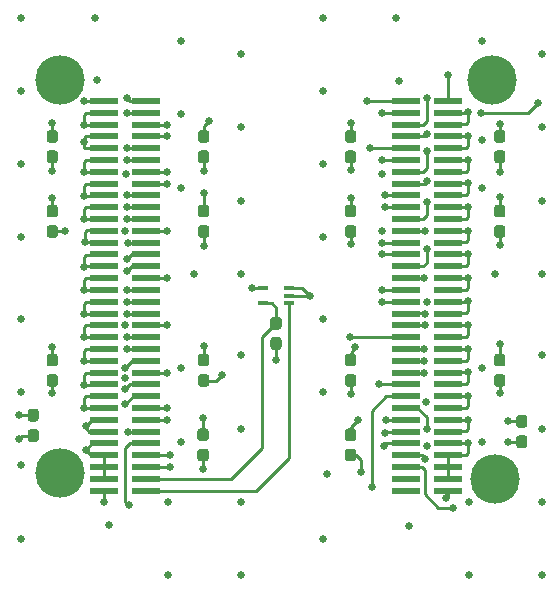
<source format=gbr>
G04 #@! TF.GenerationSoftware,KiCad,Pcbnew,5.1.10-88a1d61d58~88~ubuntu18.04.1*
G04 #@! TF.CreationDate,2021-07-16T13:38:07-04:00*
G04 #@! TF.ProjectId,SiPM_Board_RevC,5369504d-5f42-46f6-9172-645f52657643,rev?*
G04 #@! TF.SameCoordinates,PX8f0d180PY5f5e100*
G04 #@! TF.FileFunction,Copper,L4,Bot*
G04 #@! TF.FilePolarity,Positive*
%FSLAX46Y46*%
G04 Gerber Fmt 4.6, Leading zero omitted, Abs format (unit mm)*
G04 Created by KiCad (PCBNEW 5.1.10-88a1d61d58~88~ubuntu18.04.1) date 2021-07-16 13:38:07*
%MOMM*%
%LPD*%
G01*
G04 APERTURE LIST*
G04 #@! TA.AperFunction,WasherPad*
%ADD10C,4.191000*%
G04 #@! TD*
G04 #@! TA.AperFunction,SMDPad,CuDef*
%ADD11R,2.413000X0.558800*%
G04 #@! TD*
G04 #@! TA.AperFunction,SMDPad,CuDef*
%ADD12R,0.900000X0.400000*%
G04 #@! TD*
G04 #@! TA.AperFunction,ViaPad*
%ADD13C,0.635000*%
G04 #@! TD*
G04 #@! TA.AperFunction,Conductor*
%ADD14C,0.294640*%
G04 #@! TD*
G04 #@! TA.AperFunction,Conductor*
%ADD15C,0.250000*%
G04 #@! TD*
G04 APERTURE END LIST*
D10*
G04 #@! TO.P,H1,*
G04 #@! TO.N,*
X-18250000Y18250000D03*
G04 #@! TD*
G04 #@! TO.P,H2,*
G04 #@! TO.N,*
X18250000Y18250000D03*
G04 #@! TD*
G04 #@! TO.P,H3,*
G04 #@! TO.N,*
X-18250000Y-15000000D03*
G04 #@! TD*
G04 #@! TO.P,H4,*
G04 #@! TO.N,*
X18500000Y-15500000D03*
G04 #@! TD*
D11*
G04 #@! TO.P,J2,2*
G04 #@! TO.N,Net-(J2-Pad2)*
X10972000Y16497300D03*
G04 #@! TO.P,J2,1*
G04 #@! TO.N,/BIAS3*
X14528000Y16497300D03*
G04 #@! TO.P,J2,3*
G04 #@! TO.N,GND*
X14528000Y15497302D03*
G04 #@! TO.P,J2,4*
G04 #@! TO.N,Net-(J2-Pad4)*
X10972000Y15497302D03*
G04 #@! TO.P,J2,5*
G04 #@! TO.N,GND*
X14528000Y14497304D03*
G04 #@! TO.P,J2,6*
G04 #@! TO.N,Net-(J2-Pad6)*
X10972000Y14497304D03*
G04 #@! TO.P,J2,7*
G04 #@! TO.N,GND*
X14528000Y13497306D03*
G04 #@! TO.P,J2,8*
G04 #@! TO.N,Net-(J2-Pad8)*
X10972000Y13497306D03*
G04 #@! TO.P,J2,9*
G04 #@! TO.N,GND*
X14528000Y12497308D03*
G04 #@! TO.P,J2,10*
G04 #@! TO.N,Net-(J2-Pad10)*
X10972000Y12497308D03*
G04 #@! TO.P,J2,11*
G04 #@! TO.N,GND*
X14528000Y11497310D03*
G04 #@! TO.P,J2,12*
G04 #@! TO.N,Net-(J2-Pad12)*
X10972000Y11497310D03*
G04 #@! TO.P,J2,13*
G04 #@! TO.N,GND*
X14528000Y10497312D03*
G04 #@! TO.P,J2,14*
G04 #@! TO.N,Net-(J2-Pad14)*
X10972000Y10497312D03*
G04 #@! TO.P,J2,15*
G04 #@! TO.N,GND*
X14528000Y9497314D03*
G04 #@! TO.P,J2,16*
G04 #@! TO.N,Net-(J2-Pad16)*
X10972000Y9497314D03*
G04 #@! TO.P,J2,17*
G04 #@! TO.N,GND*
X14528000Y8497316D03*
G04 #@! TO.P,J2,18*
G04 #@! TO.N,Net-(J2-Pad18)*
X10972000Y8497316D03*
G04 #@! TO.P,J2,19*
G04 #@! TO.N,GND*
X14528000Y7497318D03*
G04 #@! TO.P,J2,20*
G04 #@! TO.N,Net-(J2-Pad20)*
X10972000Y7497318D03*
G04 #@! TO.P,J2,21*
G04 #@! TO.N,GND*
X14528000Y6497320D03*
G04 #@! TO.P,J2,22*
G04 #@! TO.N,Net-(J2-Pad22)*
X10972000Y6497320D03*
G04 #@! TO.P,J2,23*
G04 #@! TO.N,GND*
X14528000Y5497322D03*
G04 #@! TO.P,J2,24*
G04 #@! TO.N,Net-(J2-Pad24)*
X10972000Y5497322D03*
G04 #@! TO.P,J2,25*
G04 #@! TO.N,GND*
X14528000Y4497324D03*
G04 #@! TO.P,J2,26*
G04 #@! TO.N,Net-(J2-Pad26)*
X10972000Y4497324D03*
G04 #@! TO.P,J2,27*
G04 #@! TO.N,GND*
X14528000Y3497326D03*
G04 #@! TO.P,J2,28*
G04 #@! TO.N,Net-(J2-Pad28)*
X10972000Y3497326D03*
G04 #@! TO.P,J2,29*
G04 #@! TO.N,GND*
X14528000Y2497328D03*
G04 #@! TO.P,J2,30*
G04 #@! TO.N,Net-(J2-Pad30)*
X10972000Y2497328D03*
G04 #@! TO.P,J2,31*
G04 #@! TO.N,GND*
X14528000Y1497330D03*
G04 #@! TO.P,J2,32*
G04 #@! TO.N,Net-(J2-Pad32)*
X10972000Y1497330D03*
G04 #@! TO.P,J2,33*
G04 #@! TO.N,GND*
X14528000Y497332D03*
G04 #@! TO.P,J2,34*
G04 #@! TO.N,Net-(J2-Pad34)*
X10972000Y497332D03*
G04 #@! TO.P,J2,35*
G04 #@! TO.N,GND*
X14528000Y-502666D03*
G04 #@! TO.P,J2,36*
G04 #@! TO.N,Net-(J2-Pad36)*
X10972000Y-502666D03*
G04 #@! TO.P,J2,37*
G04 #@! TO.N,GND*
X14528000Y-1502664D03*
G04 #@! TO.P,J2,38*
G04 #@! TO.N,Net-(J2-Pad38)*
X10972000Y-1502664D03*
G04 #@! TO.P,J2,39*
G04 #@! TO.N,GND*
X14528000Y-2502662D03*
G04 #@! TO.P,J2,40*
G04 #@! TO.N,Net-(J2-Pad40)*
X10972000Y-2502662D03*
G04 #@! TO.P,J2,41*
G04 #@! TO.N,GND*
X14528000Y-3502660D03*
G04 #@! TO.P,J2,42*
G04 #@! TO.N,Net-(J2-Pad42)*
X10972000Y-3502660D03*
G04 #@! TO.P,J2,43*
G04 #@! TO.N,GND*
X14528000Y-4502658D03*
G04 #@! TO.P,J2,44*
G04 #@! TO.N,Net-(J2-Pad44)*
X10972000Y-4502658D03*
G04 #@! TO.P,J2,45*
G04 #@! TO.N,GND*
X14528000Y-5502656D03*
G04 #@! TO.P,J2,46*
G04 #@! TO.N,Net-(J2-Pad46)*
X10972000Y-5502656D03*
G04 #@! TO.P,J2,47*
G04 #@! TO.N,GND*
X14528000Y-6502654D03*
G04 #@! TO.P,J2,48*
G04 #@! TO.N,Net-(J2-Pad48)*
X10972000Y-6502654D03*
G04 #@! TO.P,J2,49*
G04 #@! TO.N,GND*
X14528000Y-7502652D03*
G04 #@! TO.P,J2,50*
G04 #@! TO.N,Net-(J2-Pad50)*
X10972000Y-7502652D03*
G04 #@! TO.P,J2,51*
G04 #@! TO.N,GND*
X14528000Y-8502650D03*
G04 #@! TO.P,J2,52*
G04 #@! TO.N,Net-(J2-Pad52)*
X10972000Y-8502650D03*
G04 #@! TO.P,J2,53*
G04 #@! TO.N,GND*
X14528000Y-9502648D03*
G04 #@! TO.P,J2,54*
G04 #@! TO.N,Net-(J2-Pad54)*
X10972000Y-9502648D03*
G04 #@! TO.P,J2,55*
G04 #@! TO.N,GND*
X14528000Y-10502646D03*
G04 #@! TO.P,J2,56*
G04 #@! TO.N,Net-(J2-Pad56)*
X10972000Y-10502646D03*
G04 #@! TO.P,J2,57*
G04 #@! TO.N,GND*
X14528000Y-11502644D03*
G04 #@! TO.P,J2,58*
G04 #@! TO.N,Net-(J2-Pad58)*
X10972000Y-11502644D03*
G04 #@! TO.P,J2,59*
G04 #@! TO.N,GND*
X14528000Y-12502642D03*
G04 #@! TO.P,J2,60*
G04 #@! TO.N,Net-(J2-Pad60)*
X10972000Y-12502642D03*
G04 #@! TO.P,J2,61*
G04 #@! TO.N,GND*
X14528000Y-13502640D03*
G04 #@! TO.P,J2,62*
G04 #@! TO.N,Net-(J2-Pad62)*
X10972000Y-13502640D03*
G04 #@! TO.P,J2,63*
G04 #@! TO.N,GND*
X14528000Y-14502638D03*
G04 #@! TO.P,J2,64*
G04 #@! TO.N,Net-(J2-Pad64)*
X10972000Y-14502638D03*
G04 #@! TO.P,J2,65*
G04 #@! TO.N,GND*
X14528000Y-15502636D03*
G04 #@! TO.P,J2,66*
G04 #@! TO.N,Net-(J2-Pad66)*
X10972000Y-15502636D03*
G04 #@! TO.P,J2,67*
G04 #@! TO.N,/BIAS4*
X14528000Y-16502634D03*
G04 #@! TO.P,J2,68*
G04 #@! TO.N,Net-(J2-Pad68)*
X10972000Y-16502634D03*
G04 #@! TD*
G04 #@! TO.P,C16,1*
G04 #@! TO.N,/BIAS3*
G04 #@! TA.AperFunction,SMDPad,CuDef*
G36*
G01*
X18702500Y14030000D02*
X19177500Y14030000D01*
G75*
G02*
X19415000Y13792500I0J-237500D01*
G01*
X19415000Y13192500D01*
G75*
G02*
X19177500Y12955000I-237500J0D01*
G01*
X18702500Y12955000D01*
G75*
G02*
X18465000Y13192500I0J237500D01*
G01*
X18465000Y13792500D01*
G75*
G02*
X18702500Y14030000I237500J0D01*
G01*
G37*
G04 #@! TD.AperFunction*
G04 #@! TO.P,C16,2*
G04 #@! TO.N,GND*
G04 #@! TA.AperFunction,SMDPad,CuDef*
G36*
G01*
X18702500Y12305000D02*
X19177500Y12305000D01*
G75*
G02*
X19415000Y12067500I0J-237500D01*
G01*
X19415000Y11467500D01*
G75*
G02*
X19177500Y11230000I-237500J0D01*
G01*
X18702500Y11230000D01*
G75*
G02*
X18465000Y11467500I0J237500D01*
G01*
X18465000Y12067500D01*
G75*
G02*
X18702500Y12305000I237500J0D01*
G01*
G37*
G04 #@! TD.AperFunction*
G04 #@! TD*
D12*
G04 #@! TO.P,U1,4*
G04 #@! TO.N,/VDD*
X-1100000Y-650000D03*
G04 #@! TO.P,U1,2*
G04 #@! TO.N,GND*
X1100000Y0D03*
G04 #@! TO.P,U1,5*
X-1099820Y655320D03*
G04 #@! TO.P,U1,3*
G04 #@! TO.N,/OUT*
X1100000Y-650000D03*
G04 #@! TO.P,U1,1*
G04 #@! TO.N,GND*
X1100000Y650000D03*
G04 #@! TD*
D11*
G04 #@! TO.P,J1,2*
G04 #@! TO.N,/BIAS1*
X-14528000Y16497300D03*
G04 #@! TO.P,J1,1*
G04 #@! TO.N,Net-(J1-Pad1)*
X-10972000Y16497300D03*
G04 #@! TO.P,J1,3*
G04 #@! TO.N,Net-(J1-Pad3)*
X-10972000Y15497302D03*
G04 #@! TO.P,J1,4*
G04 #@! TO.N,GND*
X-14528000Y15497302D03*
G04 #@! TO.P,J1,5*
G04 #@! TO.N,Net-(J1-Pad5)*
X-10972000Y14497304D03*
G04 #@! TO.P,J1,6*
G04 #@! TO.N,GND*
X-14528000Y14497304D03*
G04 #@! TO.P,J1,7*
G04 #@! TO.N,Net-(J1-Pad7)*
X-10972000Y13497306D03*
G04 #@! TO.P,J1,8*
G04 #@! TO.N,GND*
X-14528000Y13497306D03*
G04 #@! TO.P,J1,9*
G04 #@! TO.N,Net-(J1-Pad9)*
X-10972000Y12497308D03*
G04 #@! TO.P,J1,10*
G04 #@! TO.N,GND*
X-14528000Y12497308D03*
G04 #@! TO.P,J1,11*
G04 #@! TO.N,Net-(J1-Pad11)*
X-10972000Y11497310D03*
G04 #@! TO.P,J1,12*
G04 #@! TO.N,GND*
X-14528000Y11497310D03*
G04 #@! TO.P,J1,13*
G04 #@! TO.N,Net-(J1-Pad13)*
X-10972000Y10497312D03*
G04 #@! TO.P,J1,14*
G04 #@! TO.N,GND*
X-14528000Y10497312D03*
G04 #@! TO.P,J1,15*
G04 #@! TO.N,Net-(J1-Pad15)*
X-10972000Y9497314D03*
G04 #@! TO.P,J1,16*
G04 #@! TO.N,GND*
X-14528000Y9497314D03*
G04 #@! TO.P,J1,17*
G04 #@! TO.N,Net-(J1-Pad17)*
X-10972000Y8497316D03*
G04 #@! TO.P,J1,18*
G04 #@! TO.N,GND*
X-14528000Y8497316D03*
G04 #@! TO.P,J1,19*
G04 #@! TO.N,Net-(J1-Pad19)*
X-10972000Y7497318D03*
G04 #@! TO.P,J1,20*
G04 #@! TO.N,GND*
X-14528000Y7497318D03*
G04 #@! TO.P,J1,21*
G04 #@! TO.N,Net-(J1-Pad21)*
X-10972000Y6497320D03*
G04 #@! TO.P,J1,22*
G04 #@! TO.N,GND*
X-14528000Y6497320D03*
G04 #@! TO.P,J1,23*
G04 #@! TO.N,Net-(J1-Pad23)*
X-10972000Y5497322D03*
G04 #@! TO.P,J1,24*
G04 #@! TO.N,GND*
X-14528000Y5497322D03*
G04 #@! TO.P,J1,25*
G04 #@! TO.N,Net-(J1-Pad25)*
X-10972000Y4497324D03*
G04 #@! TO.P,J1,26*
G04 #@! TO.N,GND*
X-14528000Y4497324D03*
G04 #@! TO.P,J1,27*
G04 #@! TO.N,Net-(J1-Pad27)*
X-10972000Y3497326D03*
G04 #@! TO.P,J1,28*
G04 #@! TO.N,GND*
X-14528000Y3497326D03*
G04 #@! TO.P,J1,29*
G04 #@! TO.N,Net-(J1-Pad29)*
X-10972000Y2497328D03*
G04 #@! TO.P,J1,30*
G04 #@! TO.N,GND*
X-14528000Y2497328D03*
G04 #@! TO.P,J1,31*
G04 #@! TO.N,Net-(J1-Pad31)*
X-10972000Y1497330D03*
G04 #@! TO.P,J1,32*
G04 #@! TO.N,GND*
X-14528000Y1497330D03*
G04 #@! TO.P,J1,33*
G04 #@! TO.N,Net-(J1-Pad33)*
X-10972000Y497332D03*
G04 #@! TO.P,J1,34*
G04 #@! TO.N,GND*
X-14528000Y497332D03*
G04 #@! TO.P,J1,35*
G04 #@! TO.N,Net-(J1-Pad35)*
X-10972000Y-502666D03*
G04 #@! TO.P,J1,36*
G04 #@! TO.N,GND*
X-14528000Y-502666D03*
G04 #@! TO.P,J1,37*
G04 #@! TO.N,Net-(J1-Pad37)*
X-10972000Y-1502664D03*
G04 #@! TO.P,J1,38*
G04 #@! TO.N,GND*
X-14528000Y-1502664D03*
G04 #@! TO.P,J1,39*
G04 #@! TO.N,Net-(J1-Pad39)*
X-10972000Y-2502662D03*
G04 #@! TO.P,J1,40*
G04 #@! TO.N,GND*
X-14528000Y-2502662D03*
G04 #@! TO.P,J1,41*
G04 #@! TO.N,Net-(J1-Pad41)*
X-10972000Y-3502660D03*
G04 #@! TO.P,J1,42*
G04 #@! TO.N,GND*
X-14528000Y-3502660D03*
G04 #@! TO.P,J1,43*
G04 #@! TO.N,Net-(J1-Pad43)*
X-10972000Y-4502658D03*
G04 #@! TO.P,J1,44*
G04 #@! TO.N,GND*
X-14528000Y-4502658D03*
G04 #@! TO.P,J1,45*
G04 #@! TO.N,Net-(J1-Pad45)*
X-10972000Y-5502656D03*
G04 #@! TO.P,J1,46*
G04 #@! TO.N,GND*
X-14528000Y-5502656D03*
G04 #@! TO.P,J1,47*
G04 #@! TO.N,Net-(J1-Pad47)*
X-10972000Y-6502654D03*
G04 #@! TO.P,J1,48*
G04 #@! TO.N,GND*
X-14528000Y-6502654D03*
G04 #@! TO.P,J1,49*
G04 #@! TO.N,Net-(J1-Pad49)*
X-10972000Y-7502652D03*
G04 #@! TO.P,J1,50*
G04 #@! TO.N,GND*
X-14528000Y-7502652D03*
G04 #@! TO.P,J1,51*
G04 #@! TO.N,Net-(J1-Pad51)*
X-10972000Y-8502650D03*
G04 #@! TO.P,J1,52*
G04 #@! TO.N,GND*
X-14528000Y-8502650D03*
G04 #@! TO.P,J1,53*
G04 #@! TO.N,Net-(J1-Pad53)*
X-10972000Y-9502648D03*
G04 #@! TO.P,J1,54*
G04 #@! TO.N,GND*
X-14528000Y-9502648D03*
G04 #@! TO.P,J1,55*
G04 #@! TO.N,Net-(J1-Pad55)*
X-10972000Y-10502646D03*
G04 #@! TO.P,J1,56*
G04 #@! TO.N,GND*
X-14528000Y-10502646D03*
G04 #@! TO.P,J1,57*
G04 #@! TO.N,Net-(J1-Pad57)*
X-10972000Y-11502644D03*
G04 #@! TO.P,J1,58*
G04 #@! TO.N,GND*
X-14528000Y-11502644D03*
G04 #@! TO.P,J1,59*
G04 #@! TO.N,Net-(J1-Pad59)*
X-10972000Y-12502642D03*
G04 #@! TO.P,J1,60*
G04 #@! TO.N,GND*
X-14528000Y-12502642D03*
G04 #@! TO.P,J1,61*
G04 #@! TO.N,Net-(J1-Pad61)*
X-10972000Y-13502640D03*
G04 #@! TO.P,J1,62*
G04 #@! TO.N,GND*
X-14528000Y-13502640D03*
G04 #@! TO.P,J1,63*
G04 #@! TO.N,Net-(J1-Pad63)*
X-10972000Y-14502638D03*
G04 #@! TO.P,J1,64*
G04 #@! TO.N,GND*
X-14528000Y-14502638D03*
G04 #@! TO.P,J1,65*
G04 #@! TO.N,/VDD*
X-10972000Y-15502636D03*
G04 #@! TO.P,J1,66*
G04 #@! TO.N,GND*
X-14528000Y-15502636D03*
G04 #@! TO.P,J1,67*
G04 #@! TO.N,/OUT*
X-10972000Y-16502634D03*
G04 #@! TO.P,J1,68*
G04 #@! TO.N,/BIAS2*
X-14528000Y-16502634D03*
G04 #@! TD*
G04 #@! TO.P,C15,1*
G04 #@! TO.N,/BIAS4*
G04 #@! TA.AperFunction,SMDPad,CuDef*
G36*
G01*
X6072500Y-11230000D02*
X6547500Y-11230000D01*
G75*
G02*
X6785000Y-11467500I0J-237500D01*
G01*
X6785000Y-12067500D01*
G75*
G02*
X6547500Y-12305000I-237500J0D01*
G01*
X6072500Y-12305000D01*
G75*
G02*
X5835000Y-12067500I0J237500D01*
G01*
X5835000Y-11467500D01*
G75*
G02*
X6072500Y-11230000I237500J0D01*
G01*
G37*
G04 #@! TD.AperFunction*
G04 #@! TO.P,C15,2*
G04 #@! TO.N,GND*
G04 #@! TA.AperFunction,SMDPad,CuDef*
G36*
G01*
X6072500Y-12955000D02*
X6547500Y-12955000D01*
G75*
G02*
X6785000Y-13192500I0J-237500D01*
G01*
X6785000Y-13792500D01*
G75*
G02*
X6547500Y-14030000I-237500J0D01*
G01*
X6072500Y-14030000D01*
G75*
G02*
X5835000Y-13792500I0J237500D01*
G01*
X5835000Y-13192500D01*
G75*
G02*
X6072500Y-12955000I237500J0D01*
G01*
G37*
G04 #@! TD.AperFunction*
G04 #@! TD*
G04 #@! TO.P,C9,2*
G04 #@! TO.N,GND*
G04 #@! TA.AperFunction,SMDPad,CuDef*
G36*
G01*
X-237500Y-3505000D02*
X237500Y-3505000D01*
G75*
G02*
X475000Y-3742500I0J-237500D01*
G01*
X475000Y-4342500D01*
G75*
G02*
X237500Y-4580000I-237500J0D01*
G01*
X-237500Y-4580000D01*
G75*
G02*
X-475000Y-4342500I0J237500D01*
G01*
X-475000Y-3742500D01*
G75*
G02*
X-237500Y-3505000I237500J0D01*
G01*
G37*
G04 #@! TD.AperFunction*
G04 #@! TO.P,C9,1*
G04 #@! TO.N,/VDD*
G04 #@! TA.AperFunction,SMDPad,CuDef*
G36*
G01*
X-237500Y-1780000D02*
X237500Y-1780000D01*
G75*
G02*
X475000Y-2017500I0J-237500D01*
G01*
X475000Y-2617500D01*
G75*
G02*
X237500Y-2855000I-237500J0D01*
G01*
X-237500Y-2855000D01*
G75*
G02*
X-475000Y-2617500I0J237500D01*
G01*
X-475000Y-2017500D01*
G75*
G02*
X-237500Y-1780000I237500J0D01*
G01*
G37*
G04 #@! TD.AperFunction*
G04 #@! TD*
G04 #@! TO.P,C5,2*
G04 #@! TO.N,GND*
G04 #@! TA.AperFunction,SMDPad,CuDef*
G36*
G01*
X-19177500Y12305000D02*
X-18702500Y12305000D01*
G75*
G02*
X-18465000Y12067500I0J-237500D01*
G01*
X-18465000Y11467500D01*
G75*
G02*
X-18702500Y11230000I-237500J0D01*
G01*
X-19177500Y11230000D01*
G75*
G02*
X-19415000Y11467500I0J237500D01*
G01*
X-19415000Y12067500D01*
G75*
G02*
X-19177500Y12305000I237500J0D01*
G01*
G37*
G04 #@! TD.AperFunction*
G04 #@! TO.P,C5,1*
G04 #@! TO.N,/BIAS1*
G04 #@! TA.AperFunction,SMDPad,CuDef*
G36*
G01*
X-19177500Y14030000D02*
X-18702500Y14030000D01*
G75*
G02*
X-18465000Y13792500I0J-237500D01*
G01*
X-18465000Y13192500D01*
G75*
G02*
X-18702500Y12955000I-237500J0D01*
G01*
X-19177500Y12955000D01*
G75*
G02*
X-19415000Y13192500I0J237500D01*
G01*
X-19415000Y13792500D01*
G75*
G02*
X-19177500Y14030000I237500J0D01*
G01*
G37*
G04 #@! TD.AperFunction*
G04 #@! TD*
G04 #@! TO.P,C7,1*
G04 #@! TO.N,/BIAS1*
G04 #@! TA.AperFunction,SMDPad,CuDef*
G36*
G01*
X-6367500Y14030000D02*
X-5892500Y14030000D01*
G75*
G02*
X-5655000Y13792500I0J-237500D01*
G01*
X-5655000Y13192500D01*
G75*
G02*
X-5892500Y12955000I-237500J0D01*
G01*
X-6367500Y12955000D01*
G75*
G02*
X-6605000Y13192500I0J237500D01*
G01*
X-6605000Y13792500D01*
G75*
G02*
X-6367500Y14030000I237500J0D01*
G01*
G37*
G04 #@! TD.AperFunction*
G04 #@! TO.P,C7,2*
G04 #@! TO.N,GND*
G04 #@! TA.AperFunction,SMDPad,CuDef*
G36*
G01*
X-6367500Y12305000D02*
X-5892500Y12305000D01*
G75*
G02*
X-5655000Y12067500I0J-237500D01*
G01*
X-5655000Y11467500D01*
G75*
G02*
X-5892500Y11230000I-237500J0D01*
G01*
X-6367500Y11230000D01*
G75*
G02*
X-6605000Y11467500I0J237500D01*
G01*
X-6605000Y12067500D01*
G75*
G02*
X-6367500Y12305000I237500J0D01*
G01*
G37*
G04 #@! TD.AperFunction*
G04 #@! TD*
G04 #@! TO.P,C6,2*
G04 #@! TO.N,GND*
G04 #@! TA.AperFunction,SMDPad,CuDef*
G36*
G01*
X-20797500Y-11295000D02*
X-20322500Y-11295000D01*
G75*
G02*
X-20085000Y-11532500I0J-237500D01*
G01*
X-20085000Y-12132500D01*
G75*
G02*
X-20322500Y-12370000I-237500J0D01*
G01*
X-20797500Y-12370000D01*
G75*
G02*
X-21035000Y-12132500I0J237500D01*
G01*
X-21035000Y-11532500D01*
G75*
G02*
X-20797500Y-11295000I237500J0D01*
G01*
G37*
G04 #@! TD.AperFunction*
G04 #@! TO.P,C6,1*
G04 #@! TO.N,/BIAS2*
G04 #@! TA.AperFunction,SMDPad,CuDef*
G36*
G01*
X-20797500Y-9570000D02*
X-20322500Y-9570000D01*
G75*
G02*
X-20085000Y-9807500I0J-237500D01*
G01*
X-20085000Y-10407500D01*
G75*
G02*
X-20322500Y-10645000I-237500J0D01*
G01*
X-20797500Y-10645000D01*
G75*
G02*
X-21035000Y-10407500I0J237500D01*
G01*
X-21035000Y-9807500D01*
G75*
G02*
X-20797500Y-9570000I237500J0D01*
G01*
G37*
G04 #@! TD.AperFunction*
G04 #@! TD*
G04 #@! TO.P,C8,1*
G04 #@! TO.N,/BIAS2*
G04 #@! TA.AperFunction,SMDPad,CuDef*
G36*
G01*
X-6417500Y-11230000D02*
X-5942500Y-11230000D01*
G75*
G02*
X-5705000Y-11467500I0J-237500D01*
G01*
X-5705000Y-12067500D01*
G75*
G02*
X-5942500Y-12305000I-237500J0D01*
G01*
X-6417500Y-12305000D01*
G75*
G02*
X-6655000Y-12067500I0J237500D01*
G01*
X-6655000Y-11467500D01*
G75*
G02*
X-6417500Y-11230000I237500J0D01*
G01*
G37*
G04 #@! TD.AperFunction*
G04 #@! TO.P,C8,2*
G04 #@! TO.N,GND*
G04 #@! TA.AperFunction,SMDPad,CuDef*
G36*
G01*
X-6417500Y-12955000D02*
X-5942500Y-12955000D01*
G75*
G02*
X-5705000Y-13192500I0J-237500D01*
G01*
X-5705000Y-13792500D01*
G75*
G02*
X-5942500Y-14030000I-237500J0D01*
G01*
X-6417500Y-14030000D01*
G75*
G02*
X-6655000Y-13792500I0J237500D01*
G01*
X-6655000Y-13192500D01*
G75*
G02*
X-6417500Y-12955000I237500J0D01*
G01*
G37*
G04 #@! TD.AperFunction*
G04 #@! TD*
G04 #@! TO.P,C14,2*
G04 #@! TO.N,GND*
G04 #@! TA.AperFunction,SMDPad,CuDef*
G36*
G01*
X6072500Y12305000D02*
X6547500Y12305000D01*
G75*
G02*
X6785000Y12067500I0J-237500D01*
G01*
X6785000Y11467500D01*
G75*
G02*
X6547500Y11230000I-237500J0D01*
G01*
X6072500Y11230000D01*
G75*
G02*
X5835000Y11467500I0J237500D01*
G01*
X5835000Y12067500D01*
G75*
G02*
X6072500Y12305000I237500J0D01*
G01*
G37*
G04 #@! TD.AperFunction*
G04 #@! TO.P,C14,1*
G04 #@! TO.N,/BIAS3*
G04 #@! TA.AperFunction,SMDPad,CuDef*
G36*
G01*
X6072500Y14030000D02*
X6547500Y14030000D01*
G75*
G02*
X6785000Y13792500I0J-237500D01*
G01*
X6785000Y13192500D01*
G75*
G02*
X6547500Y12955000I-237500J0D01*
G01*
X6072500Y12955000D01*
G75*
G02*
X5835000Y13192500I0J237500D01*
G01*
X5835000Y13792500D01*
G75*
G02*
X6072500Y14030000I237500J0D01*
G01*
G37*
G04 #@! TD.AperFunction*
G04 #@! TD*
G04 #@! TO.P,C17,2*
G04 #@! TO.N,GND*
G04 #@! TA.AperFunction,SMDPad,CuDef*
G36*
G01*
X20562500Y-11825000D02*
X21037500Y-11825000D01*
G75*
G02*
X21275000Y-12062500I0J-237500D01*
G01*
X21275000Y-12662500D01*
G75*
G02*
X21037500Y-12900000I-237500J0D01*
G01*
X20562500Y-12900000D01*
G75*
G02*
X20325000Y-12662500I0J237500D01*
G01*
X20325000Y-12062500D01*
G75*
G02*
X20562500Y-11825000I237500J0D01*
G01*
G37*
G04 #@! TD.AperFunction*
G04 #@! TO.P,C17,1*
G04 #@! TO.N,/BIAS4*
G04 #@! TA.AperFunction,SMDPad,CuDef*
G36*
G01*
X20562500Y-10100000D02*
X21037500Y-10100000D01*
G75*
G02*
X21275000Y-10337500I0J-237500D01*
G01*
X21275000Y-10937500D01*
G75*
G02*
X21037500Y-11175000I-237500J0D01*
G01*
X20562500Y-11175000D01*
G75*
G02*
X20325000Y-10937500I0J237500D01*
G01*
X20325000Y-10337500D01*
G75*
G02*
X20562500Y-10100000I237500J0D01*
G01*
G37*
G04 #@! TD.AperFunction*
G04 #@! TD*
G04 #@! TO.P,C1,2*
G04 #@! TO.N,GND*
G04 #@! TA.AperFunction,SMDPad,CuDef*
G36*
G01*
X-19177500Y5985000D02*
X-18702500Y5985000D01*
G75*
G02*
X-18465000Y5747500I0J-237500D01*
G01*
X-18465000Y5147500D01*
G75*
G02*
X-18702500Y4910000I-237500J0D01*
G01*
X-19177500Y4910000D01*
G75*
G02*
X-19415000Y5147500I0J237500D01*
G01*
X-19415000Y5747500D01*
G75*
G02*
X-19177500Y5985000I237500J0D01*
G01*
G37*
G04 #@! TD.AperFunction*
G04 #@! TO.P,C1,1*
G04 #@! TO.N,/BIAS1*
G04 #@! TA.AperFunction,SMDPad,CuDef*
G36*
G01*
X-19177500Y7710000D02*
X-18702500Y7710000D01*
G75*
G02*
X-18465000Y7472500I0J-237500D01*
G01*
X-18465000Y6872500D01*
G75*
G02*
X-18702500Y6635000I-237500J0D01*
G01*
X-19177500Y6635000D01*
G75*
G02*
X-19415000Y6872500I0J237500D01*
G01*
X-19415000Y7472500D01*
G75*
G02*
X-19177500Y7710000I237500J0D01*
G01*
G37*
G04 #@! TD.AperFunction*
G04 #@! TD*
G04 #@! TO.P,C3,1*
G04 #@! TO.N,/BIAS1*
G04 #@! TA.AperFunction,SMDPad,CuDef*
G36*
G01*
X-6367500Y7710000D02*
X-5892500Y7710000D01*
G75*
G02*
X-5655000Y7472500I0J-237500D01*
G01*
X-5655000Y6872500D01*
G75*
G02*
X-5892500Y6635000I-237500J0D01*
G01*
X-6367500Y6635000D01*
G75*
G02*
X-6605000Y6872500I0J237500D01*
G01*
X-6605000Y7472500D01*
G75*
G02*
X-6367500Y7710000I237500J0D01*
G01*
G37*
G04 #@! TD.AperFunction*
G04 #@! TO.P,C3,2*
G04 #@! TO.N,GND*
G04 #@! TA.AperFunction,SMDPad,CuDef*
G36*
G01*
X-6367500Y5985000D02*
X-5892500Y5985000D01*
G75*
G02*
X-5655000Y5747500I0J-237500D01*
G01*
X-5655000Y5147500D01*
G75*
G02*
X-5892500Y4910000I-237500J0D01*
G01*
X-6367500Y4910000D01*
G75*
G02*
X-6605000Y5147500I0J237500D01*
G01*
X-6605000Y5747500D01*
G75*
G02*
X-6367500Y5985000I237500J0D01*
G01*
G37*
G04 #@! TD.AperFunction*
G04 #@! TD*
G04 #@! TO.P,C2,2*
G04 #@! TO.N,GND*
G04 #@! TA.AperFunction,SMDPad,CuDef*
G36*
G01*
X-19177500Y-6635000D02*
X-18702500Y-6635000D01*
G75*
G02*
X-18465000Y-6872500I0J-237500D01*
G01*
X-18465000Y-7472500D01*
G75*
G02*
X-18702500Y-7710000I-237500J0D01*
G01*
X-19177500Y-7710000D01*
G75*
G02*
X-19415000Y-7472500I0J237500D01*
G01*
X-19415000Y-6872500D01*
G75*
G02*
X-19177500Y-6635000I237500J0D01*
G01*
G37*
G04 #@! TD.AperFunction*
G04 #@! TO.P,C2,1*
G04 #@! TO.N,/BIAS2*
G04 #@! TA.AperFunction,SMDPad,CuDef*
G36*
G01*
X-19177500Y-4910000D02*
X-18702500Y-4910000D01*
G75*
G02*
X-18465000Y-5147500I0J-237500D01*
G01*
X-18465000Y-5747500D01*
G75*
G02*
X-18702500Y-5985000I-237500J0D01*
G01*
X-19177500Y-5985000D01*
G75*
G02*
X-19415000Y-5747500I0J237500D01*
G01*
X-19415000Y-5147500D01*
G75*
G02*
X-19177500Y-4910000I237500J0D01*
G01*
G37*
G04 #@! TD.AperFunction*
G04 #@! TD*
G04 #@! TO.P,C4,1*
G04 #@! TO.N,/BIAS2*
G04 #@! TA.AperFunction,SMDPad,CuDef*
G36*
G01*
X-6367500Y-4910000D02*
X-5892500Y-4910000D01*
G75*
G02*
X-5655000Y-5147500I0J-237500D01*
G01*
X-5655000Y-5747500D01*
G75*
G02*
X-5892500Y-5985000I-237500J0D01*
G01*
X-6367500Y-5985000D01*
G75*
G02*
X-6605000Y-5747500I0J237500D01*
G01*
X-6605000Y-5147500D01*
G75*
G02*
X-6367500Y-4910000I237500J0D01*
G01*
G37*
G04 #@! TD.AperFunction*
G04 #@! TO.P,C4,2*
G04 #@! TO.N,GND*
G04 #@! TA.AperFunction,SMDPad,CuDef*
G36*
G01*
X-6367500Y-6635000D02*
X-5892500Y-6635000D01*
G75*
G02*
X-5655000Y-6872500I0J-237500D01*
G01*
X-5655000Y-7472500D01*
G75*
G02*
X-5892500Y-7710000I-237500J0D01*
G01*
X-6367500Y-7710000D01*
G75*
G02*
X-6605000Y-7472500I0J237500D01*
G01*
X-6605000Y-6872500D01*
G75*
G02*
X-6367500Y-6635000I237500J0D01*
G01*
G37*
G04 #@! TD.AperFunction*
G04 #@! TD*
G04 #@! TO.P,C10,2*
G04 #@! TO.N,GND*
G04 #@! TA.AperFunction,SMDPad,CuDef*
G36*
G01*
X6072500Y5985000D02*
X6547500Y5985000D01*
G75*
G02*
X6785000Y5747500I0J-237500D01*
G01*
X6785000Y5147500D01*
G75*
G02*
X6547500Y4910000I-237500J0D01*
G01*
X6072500Y4910000D01*
G75*
G02*
X5835000Y5147500I0J237500D01*
G01*
X5835000Y5747500D01*
G75*
G02*
X6072500Y5985000I237500J0D01*
G01*
G37*
G04 #@! TD.AperFunction*
G04 #@! TO.P,C10,1*
G04 #@! TO.N,/BIAS3*
G04 #@! TA.AperFunction,SMDPad,CuDef*
G36*
G01*
X6072500Y7710000D02*
X6547500Y7710000D01*
G75*
G02*
X6785000Y7472500I0J-237500D01*
G01*
X6785000Y6872500D01*
G75*
G02*
X6547500Y6635000I-237500J0D01*
G01*
X6072500Y6635000D01*
G75*
G02*
X5835000Y6872500I0J237500D01*
G01*
X5835000Y7472500D01*
G75*
G02*
X6072500Y7710000I237500J0D01*
G01*
G37*
G04 #@! TD.AperFunction*
G04 #@! TD*
G04 #@! TO.P,C12,1*
G04 #@! TO.N,/BIAS3*
G04 #@! TA.AperFunction,SMDPad,CuDef*
G36*
G01*
X18702500Y7710000D02*
X19177500Y7710000D01*
G75*
G02*
X19415000Y7472500I0J-237500D01*
G01*
X19415000Y6872500D01*
G75*
G02*
X19177500Y6635000I-237500J0D01*
G01*
X18702500Y6635000D01*
G75*
G02*
X18465000Y6872500I0J237500D01*
G01*
X18465000Y7472500D01*
G75*
G02*
X18702500Y7710000I237500J0D01*
G01*
G37*
G04 #@! TD.AperFunction*
G04 #@! TO.P,C12,2*
G04 #@! TO.N,GND*
G04 #@! TA.AperFunction,SMDPad,CuDef*
G36*
G01*
X18702500Y5985000D02*
X19177500Y5985000D01*
G75*
G02*
X19415000Y5747500I0J-237500D01*
G01*
X19415000Y5147500D01*
G75*
G02*
X19177500Y4910000I-237500J0D01*
G01*
X18702500Y4910000D01*
G75*
G02*
X18465000Y5147500I0J237500D01*
G01*
X18465000Y5747500D01*
G75*
G02*
X18702500Y5985000I237500J0D01*
G01*
G37*
G04 #@! TD.AperFunction*
G04 #@! TD*
G04 #@! TO.P,C11,2*
G04 #@! TO.N,GND*
G04 #@! TA.AperFunction,SMDPad,CuDef*
G36*
G01*
X6072500Y-6635000D02*
X6547500Y-6635000D01*
G75*
G02*
X6785000Y-6872500I0J-237500D01*
G01*
X6785000Y-7472500D01*
G75*
G02*
X6547500Y-7710000I-237500J0D01*
G01*
X6072500Y-7710000D01*
G75*
G02*
X5835000Y-7472500I0J237500D01*
G01*
X5835000Y-6872500D01*
G75*
G02*
X6072500Y-6635000I237500J0D01*
G01*
G37*
G04 #@! TD.AperFunction*
G04 #@! TO.P,C11,1*
G04 #@! TO.N,/BIAS4*
G04 #@! TA.AperFunction,SMDPad,CuDef*
G36*
G01*
X6072500Y-4910000D02*
X6547500Y-4910000D01*
G75*
G02*
X6785000Y-5147500I0J-237500D01*
G01*
X6785000Y-5747500D01*
G75*
G02*
X6547500Y-5985000I-237500J0D01*
G01*
X6072500Y-5985000D01*
G75*
G02*
X5835000Y-5747500I0J237500D01*
G01*
X5835000Y-5147500D01*
G75*
G02*
X6072500Y-4910000I237500J0D01*
G01*
G37*
G04 #@! TD.AperFunction*
G04 #@! TD*
G04 #@! TO.P,C13,1*
G04 #@! TO.N,/BIAS4*
G04 #@! TA.AperFunction,SMDPad,CuDef*
G36*
G01*
X18702500Y-4910000D02*
X19177500Y-4910000D01*
G75*
G02*
X19415000Y-5147500I0J-237500D01*
G01*
X19415000Y-5747500D01*
G75*
G02*
X19177500Y-5985000I-237500J0D01*
G01*
X18702500Y-5985000D01*
G75*
G02*
X18465000Y-5747500I0J237500D01*
G01*
X18465000Y-5147500D01*
G75*
G02*
X18702500Y-4910000I237500J0D01*
G01*
G37*
G04 #@! TD.AperFunction*
G04 #@! TO.P,C13,2*
G04 #@! TO.N,GND*
G04 #@! TA.AperFunction,SMDPad,CuDef*
G36*
G01*
X18702500Y-6635000D02*
X19177500Y-6635000D01*
G75*
G02*
X19415000Y-6872500I0J-237500D01*
G01*
X19415000Y-7472500D01*
G75*
G02*
X19177500Y-7710000I-237500J0D01*
G01*
X18702500Y-7710000D01*
G75*
G02*
X18465000Y-7472500I0J237500D01*
G01*
X18465000Y-6872500D01*
G75*
G02*
X18702500Y-6635000I237500J0D01*
G01*
G37*
G04 #@! TD.AperFunction*
G04 #@! TD*
D13*
G04 #@! TO.N,GND*
X-16292692Y-3522692D03*
X-16292692Y-1522692D03*
X-16292692Y-7522692D03*
X-16292692Y-5522692D03*
X-16292692Y-9522692D03*
X-16172692Y4567308D03*
X-16292692Y14477308D03*
X-16292692Y6477308D03*
X-16292692Y8477308D03*
X-16292692Y10477308D03*
X-16292692Y477308D03*
X-16292692Y2477308D03*
X2860000Y0D03*
X0Y-5400000D03*
X-2064680Y655320D03*
X-18940000Y10540000D03*
X-17847500Y5447500D03*
X-6130000Y10570000D03*
X-6130000Y4230000D03*
X-18940000Y-8240000D03*
X-4600000Y-6700000D03*
X-6180000Y-14680000D03*
X6347500Y4347500D03*
X6310000Y10610000D03*
X18940000Y4260000D03*
X6310000Y-8290000D03*
X16292692Y15522692D03*
X16292692Y13522692D03*
X16292692Y11522692D03*
X16292692Y9522692D03*
X16292692Y7522692D03*
X16292692Y5522692D03*
X16292692Y3522692D03*
X16292692Y1522692D03*
X18940000Y10440000D03*
X16292692Y-477308D03*
X16292692Y-2477308D03*
X16292692Y-4477308D03*
X16292692Y-6477308D03*
X16292692Y-8477308D03*
X16292692Y-10477308D03*
X16292692Y-12477308D03*
X18940000Y-8260000D03*
X-16300000Y13000000D03*
X7180000Y-14920000D03*
X-21780000Y-12110000D03*
X-16120000Y-13020002D03*
X-16120000Y-11050000D03*
X19672500Y-12362500D03*
G04 #@! TO.N,/BIAS1*
X-16237300Y16497300D03*
X-21550000Y23550000D03*
X-21550000Y17350000D03*
X-21550000Y11150000D03*
X-21550000Y4950000D03*
X-15350000Y23550000D03*
X-15150000Y18250000D03*
X-8050000Y21550000D03*
X-8050000Y15350000D03*
X-8050000Y9150000D03*
X-6950000Y1850000D03*
X-2950000Y20450000D03*
X-2950000Y14250000D03*
X-2950000Y8050000D03*
X-2950000Y1850000D03*
X-18940000Y14660000D03*
X-18940000Y8240000D03*
X-5700000Y14800000D03*
X-6130000Y8700000D03*
X-12740000Y10320000D03*
X-12760000Y5500000D03*
G04 #@! TO.N,/BIAS2*
X-21550000Y-1950000D03*
X-21550000Y-8150000D03*
X-21550000Y-20550000D03*
X-21550000Y-14350000D03*
X-8050000Y-6150000D03*
X-8050000Y-12350000D03*
X-9150000Y-17450000D03*
X-9150000Y-23650000D03*
X-2950000Y-23650000D03*
X-2950000Y-17450000D03*
X-2950000Y-11250000D03*
X-2950000Y-5050000D03*
X-18940000Y-4360000D03*
X-6130000Y-4230000D03*
X-6180000Y-10320000D03*
X-12760000Y-2490000D03*
X-21787500Y-10107500D03*
X-14164894Y-19435106D03*
X-14530000Y-17430000D03*
X-12796705Y-6933770D03*
G04 #@! TO.N,Net-(J1-Pad63)*
X-9000000Y-14500000D03*
G04 #@! TO.N,Net-(J1-Pad61)*
X-9000000Y-13500000D03*
G04 #@! TO.N,Net-(J1-Pad59)*
X-12464894Y-17735106D03*
G04 #@! TO.N,Net-(J1-Pad57)*
X-12500000Y-11500000D03*
G04 #@! TO.N,Net-(J1-Pad55)*
X-9200000Y-10500000D03*
G04 #@! TO.N,Net-(J1-Pad53)*
X-9200000Y-9500000D03*
G04 #@! TO.N,Net-(J1-Pad51)*
X-12750000Y-9200000D03*
G04 #@! TO.N,Net-(J1-Pad49)*
X-12780000Y-7920000D03*
G04 #@! TO.N,Net-(J1-Pad47)*
X-9200000Y-6500000D03*
G04 #@! TO.N,Net-(J1-Pad45)*
X-12750000Y-6100000D03*
G04 #@! TO.N,Net-(J1-Pad43)*
X-12600000Y-4500000D03*
G04 #@! TO.N,Net-(J1-Pad41)*
X-12600000Y-3500000D03*
G04 #@! TO.N,Net-(J1-Pad39)*
X-9200000Y-2500000D03*
G04 #@! TO.N,Net-(J1-Pad37)*
X-12600000Y-1500000D03*
G04 #@! TO.N,Net-(J1-Pad35)*
X-12600000Y-500000D03*
G04 #@! TO.N,Net-(J1-Pad33)*
X-12600000Y500000D03*
G04 #@! TO.N,Net-(J1-Pad31)*
X-9200000Y1500000D03*
G04 #@! TO.N,Net-(J1-Pad29)*
X-12600000Y2100000D03*
G04 #@! TO.N,Net-(J1-Pad27)*
X-12600000Y3100000D03*
G04 #@! TO.N,Net-(J1-Pad25)*
X-12502676Y4497324D03*
G04 #@! TO.N,Net-(J1-Pad23)*
X-9200000Y5500000D03*
G04 #@! TO.N,Net-(J1-Pad21)*
X-12600000Y6500000D03*
G04 #@! TO.N,Net-(J1-Pad19)*
X-12600000Y7500000D03*
G04 #@! TO.N,Net-(J1-Pad17)*
X-12600000Y8500000D03*
G04 #@! TO.N,Net-(J1-Pad15)*
X-9200000Y9500000D03*
G04 #@! TO.N,Net-(J1-Pad13)*
X-9200000Y10500000D03*
G04 #@! TO.N,Net-(J1-Pad11)*
X-12597310Y11497310D03*
G04 #@! TO.N,Net-(J1-Pad9)*
X-12600000Y12500000D03*
G04 #@! TO.N,Net-(J1-Pad7)*
X-9200000Y13500000D03*
G04 #@! TO.N,Net-(J1-Pad5)*
X-9200000Y14500000D03*
G04 #@! TO.N,Net-(J1-Pad3)*
X-12600000Y15500000D03*
G04 #@! TO.N,Net-(J1-Pad1)*
X-12650000Y16770000D03*
G04 #@! TO.N,/BIAS3*
X3950000Y23550000D03*
X3950000Y17350000D03*
X3950000Y11150000D03*
X10150000Y23550000D03*
X10400000Y18200000D03*
X17450000Y21550000D03*
X18550000Y1850000D03*
X22550000Y20450000D03*
X22550000Y14250000D03*
X22550000Y8050000D03*
X22550000Y1850000D03*
X6310000Y8290000D03*
X6310000Y14590000D03*
X18940000Y8340000D03*
X3950000Y4950000D03*
X17450000Y9150000D03*
X17450000Y13150000D03*
X9000000Y10300000D03*
X9000000Y5500000D03*
X18940000Y14540000D03*
X14528000Y18702000D03*
G04 #@! TO.N,/BIAS4*
X3950000Y-1950000D03*
X3950000Y-8150000D03*
X3950000Y-20550000D03*
X11250000Y-19450000D03*
X17450000Y-6150000D03*
X17450000Y-12350000D03*
X16350000Y-17450000D03*
X16350000Y-23650000D03*
X22550000Y-23650000D03*
X22550000Y-17450000D03*
X22550000Y-11250000D03*
X22550000Y-5050000D03*
X18940000Y-4060000D03*
X4300000Y-15100000D03*
X6900000Y-10500000D03*
X6700000Y-4300000D03*
X12750000Y-490000D03*
X12690000Y-9000000D03*
X12760000Y-12700000D03*
X19667500Y-10637500D03*
X14420000Y-17150000D03*
G04 #@! TO.N,Net-(J2-Pad2)*
X7667300Y16497300D03*
G04 #@! TO.N,Net-(J2-Pad4)*
X9000000Y15500000D03*
G04 #@! TO.N,Net-(J2-Pad6)*
X12760000Y16720000D03*
G04 #@! TO.N,Net-(J2-Pad8)*
X12760000Y13710000D03*
X17320000Y15460000D03*
X22200000Y16310000D03*
G04 #@! TO.N,Net-(J2-Pad10)*
X7920000Y12500000D03*
G04 #@! TO.N,Net-(J2-Pad12)*
X9000000Y11500000D03*
G04 #@! TO.N,Net-(J2-Pad14)*
X12770000Y12220000D03*
G04 #@! TO.N,Net-(J2-Pad16)*
X12800000Y9710000D03*
G04 #@! TO.N,Net-(J2-Pad18)*
X9202650Y8502650D03*
G04 #@! TO.N,Net-(J2-Pad20)*
X9202652Y7502652D03*
G04 #@! TO.N,Net-(J2-Pad22)*
X12780000Y7960000D03*
G04 #@! TO.N,Net-(J2-Pad24)*
X12600000Y5500000D03*
G04 #@! TO.N,Net-(J2-Pad26)*
X9000000Y4500000D03*
G04 #@! TO.N,Net-(J2-Pad28)*
X9002660Y3502660D03*
G04 #@! TO.N,Net-(J2-Pad30)*
X12770000Y4000000D03*
G04 #@! TO.N,Net-(J2-Pad32)*
X12497336Y1502664D03*
G04 #@! TO.N,Net-(J2-Pad34)*
X9002666Y502666D03*
G04 #@! TO.N,Net-(J2-Pad36)*
X9002668Y-497332D03*
G04 #@! TO.N,Net-(J2-Pad38)*
X12600000Y-1500000D03*
G04 #@! TO.N,Net-(J2-Pad40)*
X12600000Y-2500000D03*
G04 #@! TO.N,Net-(J2-Pad42)*
X6300000Y-3500000D03*
G04 #@! TO.N,Net-(J2-Pad44)*
X12500000Y-4500000D03*
G04 #@! TO.N,Net-(J2-Pad46)*
X12500000Y-5500000D03*
G04 #@! TO.N,Net-(J2-Pad48)*
X12497320Y-6497320D03*
G04 #@! TO.N,Net-(J2-Pad50)*
X8700000Y-7500000D03*
G04 #@! TO.N,Net-(J2-Pad52)*
X8100000Y-16200000D03*
G04 #@! TO.N,Net-(J2-Pad54)*
X12750000Y-11300000D03*
G04 #@! TO.N,Net-(J2-Pad56)*
X9302688Y-10497312D03*
G04 #@! TO.N,Net-(J2-Pad58)*
X9200000Y-11600000D03*
G04 #@! TO.N,Net-(J2-Pad60)*
X9100000Y-12700000D03*
G04 #@! TO.N,Net-(J2-Pad62)*
X12640000Y-13810000D03*
G04 #@! TO.N,Net-(J2-Pad64)*
X14990000Y-17950000D03*
G04 #@! TD*
D14*
G04 #@! TO.N,GND*
X-14428000Y-9512696D02*
X-16282696Y-9512696D01*
X-16297306Y-3518078D02*
X-16292692Y-3522692D01*
X-14428000Y-3512696D02*
X-16282696Y-3512696D01*
X-16292692Y-2682692D02*
X-16292692Y-3522692D01*
X-14428000Y-2512698D02*
X-16122698Y-2512698D01*
X-16282696Y-3512696D02*
X-16292692Y-3522692D01*
X-16122698Y-2512698D02*
X-16292692Y-2682692D01*
X-16292692Y-3522692D02*
X-16122692Y-3522692D01*
X-16282696Y-7512696D02*
X-16292692Y-7522692D01*
X-16297306Y-7518078D02*
X-16292692Y-7522692D01*
X-16292692Y-9522692D02*
X-16122692Y-9522692D01*
X-16282696Y-9512696D02*
X-16292692Y-9522692D01*
X-16292692Y-8682692D02*
X-16292692Y-9522692D01*
X-14428000Y-5512696D02*
X-16282696Y-5512696D01*
X-14428000Y-6512698D02*
X-16122698Y-6512698D01*
X-16292692Y-6682692D02*
X-16292692Y-7522692D01*
X-14428000Y-8512698D02*
X-16122698Y-8512698D01*
X-14428000Y-7512696D02*
X-16282696Y-7512696D01*
X-16292692Y-5522692D02*
X-16122692Y-5522692D01*
X-16282696Y-1512696D02*
X-16292692Y-1522692D01*
X-16292692Y-682692D02*
X-16292692Y-1522692D01*
X-14428000Y-4512698D02*
X-16122698Y-4512698D01*
X-16292692Y-1522692D02*
X-16122692Y-1522692D01*
X-16122698Y-512698D02*
X-16292692Y-682692D01*
X-16297306Y-5518078D02*
X-16292692Y-5522692D01*
X-16297306Y-9518078D02*
X-16292692Y-9522692D01*
X-16122698Y-6512698D02*
X-16292692Y-6682692D01*
X-14428000Y-1512696D02*
X-16282696Y-1512696D01*
X-16292692Y-4682692D02*
X-16292692Y-5522692D01*
X-14428000Y-512698D02*
X-16122698Y-512698D01*
X-16122698Y-4512698D02*
X-16292692Y-4682692D01*
X-16292692Y-7522692D02*
X-16122692Y-7522692D01*
X-16282696Y-5512696D02*
X-16292692Y-5522692D01*
X-16297306Y-1518078D02*
X-16292692Y-1522692D01*
X-16297306Y2481922D02*
X-16292692Y2477308D01*
X-16122698Y3487302D02*
X-16292692Y3317308D01*
X-14428000Y6487304D02*
X-16282696Y6487304D01*
X-14308000Y5577302D02*
X-16002698Y5577302D01*
X-16122698Y7487302D02*
X-16292692Y7317308D01*
X-16292692Y477308D02*
X-16122692Y477308D01*
X-16297306Y8481922D02*
X-16292692Y8477308D01*
X-16282696Y8487304D02*
X-16292692Y8477308D01*
X-16162696Y4577304D02*
X-16172692Y4567308D01*
X-16002698Y5577302D02*
X-16172692Y5407308D01*
X-16292692Y6477308D02*
X-16122692Y6477308D01*
X-16297306Y481922D02*
X-16292692Y477308D01*
X-16292692Y2477308D02*
X-16122692Y2477308D01*
X-16122698Y9487302D02*
X-16292692Y9317308D01*
X-14428000Y1487302D02*
X-16122698Y1487302D01*
X-16292692Y14477308D02*
X-16122692Y14477308D01*
X-16297306Y10481922D02*
X-16292692Y10477308D01*
X-16292692Y1317308D02*
X-16292692Y477308D01*
X-16292692Y10477308D02*
X-16122692Y10477308D01*
X-16292692Y11317308D02*
X-16292692Y10477308D01*
X-14428000Y2487304D02*
X-16282696Y2487304D01*
X-16282696Y2487304D02*
X-16292692Y2477308D01*
X-16172692Y4567308D02*
X-16002692Y4567308D01*
X-16292692Y8477308D02*
X-16122692Y8477308D01*
X-16122698Y15487302D02*
X-16292692Y15317308D01*
X-16282696Y14487304D02*
X-16292692Y14477308D01*
X-14308000Y4577304D02*
X-16162696Y4577304D01*
X-14428000Y15487302D02*
X-16122698Y15487302D01*
X-14428000Y14487304D02*
X-16282696Y14487304D01*
X-16282696Y487304D02*
X-16292692Y477308D01*
X-14428000Y8487304D02*
X-16282696Y8487304D01*
X-16122698Y11487302D02*
X-16292692Y11317308D01*
X-14428000Y11487302D02*
X-16122698Y11487302D01*
X-16297306Y6481922D02*
X-16292692Y6477308D01*
X-16172692Y5407308D02*
X-16172692Y4567308D01*
X-16292692Y15317308D02*
X-16292692Y14477308D01*
X-16177306Y4571922D02*
X-16172692Y4567308D01*
X-16282696Y10487304D02*
X-16292692Y10477308D01*
X-16122698Y1487302D02*
X-16292692Y1317308D01*
X-14428000Y3487302D02*
X-16122698Y3487302D01*
X-16292692Y3317308D02*
X-16292692Y2477308D01*
X-16292692Y7317308D02*
X-16292692Y6477308D01*
X-16292692Y9317308D02*
X-16292692Y8477308D01*
X-14428000Y10487304D02*
X-16282696Y10487304D01*
X-14428000Y7487302D02*
X-16122698Y7487302D01*
X-14428000Y9487302D02*
X-16122698Y9487302D01*
X-14428000Y487304D02*
X-16282696Y487304D01*
X-16282696Y6487304D02*
X-16292692Y6477308D01*
X-6180000Y-13492500D02*
X-5862500Y-13492500D01*
X2210000Y650000D02*
X2860000Y0D01*
X1100000Y650000D02*
X2210000Y650000D01*
X-16122698Y-8512698D02*
X-16292692Y-8682692D01*
X0Y-4042500D02*
X0Y-5400000D01*
X0Y-5400000D02*
X0Y-5400000D01*
X1100000Y0D02*
X2860000Y0D01*
X-1099820Y655320D02*
X-2064680Y655320D01*
X-18940000Y11767500D02*
X-18940000Y10540000D01*
X-18940000Y10540000D02*
X-18940000Y10540000D01*
X-18940000Y5447500D02*
X-17847500Y5447500D01*
X-17847500Y5447500D02*
X-17847500Y5447500D01*
X-6130000Y11767500D02*
X-6130000Y10570000D01*
X-6130000Y10570000D02*
X-6130000Y10530000D01*
X-6130000Y5447500D02*
X-6130000Y4230000D01*
X-6130000Y4230000D02*
X-6130000Y4230000D01*
X-18940000Y-7172500D02*
X-18940000Y-8240000D01*
X-6130000Y-7172500D02*
X-5072500Y-7172500D01*
X-5072500Y-7172500D02*
X-4600000Y-6700000D01*
X-4600000Y-6700000D02*
X-4600000Y-6700000D01*
X-6180000Y-13492500D02*
X-6180000Y-14680000D01*
X-6180000Y-14680000D02*
X-6180000Y-14680000D01*
X6347500Y5490000D02*
X6347500Y4347500D01*
X6347500Y4347500D02*
X6347500Y4347500D01*
X6310000Y11767500D02*
X6310000Y10610000D01*
X6310000Y10610000D02*
X6310000Y10610000D01*
X18940000Y5447500D02*
X18940000Y4260000D01*
X18940000Y4260000D02*
X18940000Y4260000D01*
X6310000Y-7172500D02*
X6310000Y-8290000D01*
X6310000Y-8290000D02*
X6310000Y-8390000D01*
X13602664Y-1502664D02*
X13600000Y-1500000D01*
X14408000Y-1502664D02*
X13602664Y-1502664D01*
X14438000Y11467310D02*
X14408000Y11497310D01*
X16292692Y14682692D02*
X16292692Y15522692D01*
X16292692Y15522692D02*
X16122692Y15522692D01*
X16297306Y15518078D02*
X16292692Y15522692D01*
X16282696Y15512696D02*
X16292692Y15522692D01*
X14428000Y15512696D02*
X16282696Y15512696D01*
X14428000Y14512698D02*
X16122698Y14512698D01*
X16122698Y14512698D02*
X16292692Y14682692D01*
X14428000Y12512698D02*
X16122698Y12512698D01*
X16292692Y12682692D02*
X16292692Y13522692D01*
X16122698Y12512698D02*
X16292692Y12682692D01*
X16297306Y13518078D02*
X16292692Y13522692D01*
X16292692Y13522692D02*
X16122692Y13522692D01*
X14428000Y13512696D02*
X16282696Y13512696D01*
X16282696Y13512696D02*
X16292692Y13522692D01*
X16122698Y10512698D02*
X16292692Y10682692D01*
X16297306Y11518078D02*
X16292692Y11522692D01*
X16292692Y11522692D02*
X16122692Y11522692D01*
X16292692Y10682692D02*
X16292692Y11522692D01*
X14428000Y10512698D02*
X16122698Y10512698D01*
X16282696Y11512696D02*
X16292692Y11522692D01*
X14428000Y11512696D02*
X16282696Y11512696D01*
X16292692Y8682692D02*
X16292692Y9522692D01*
X16297306Y9518078D02*
X16292692Y9522692D01*
X14428000Y8512698D02*
X16122698Y8512698D01*
X16282696Y9512696D02*
X16292692Y9522692D01*
X16122698Y8512698D02*
X16292692Y8682692D01*
X16292692Y9522692D02*
X16122692Y9522692D01*
X14428000Y9512696D02*
X16282696Y9512696D01*
X16292692Y7522692D02*
X16122692Y7522692D01*
X16282696Y7512696D02*
X16292692Y7522692D01*
X16297306Y7518078D02*
X16292692Y7522692D01*
X16292692Y6682692D02*
X16292692Y7522692D01*
X16122698Y6512698D02*
X16292692Y6682692D01*
X14428000Y7512696D02*
X16282696Y7512696D01*
X14428000Y6512698D02*
X16122698Y6512698D01*
X16292692Y5522692D02*
X16122692Y5522692D01*
X16122698Y4512698D02*
X16292692Y4682692D01*
X16297306Y5518078D02*
X16292692Y5522692D01*
X14428000Y4512698D02*
X16122698Y4512698D01*
X16292692Y4682692D02*
X16292692Y5522692D01*
X14428000Y5512696D02*
X16282696Y5512696D01*
X16282696Y5512696D02*
X16292692Y5522692D01*
X14428000Y2512698D02*
X16122698Y2512698D01*
X16292692Y3522692D02*
X16122692Y3522692D01*
X16122698Y2512698D02*
X16292692Y2682692D01*
X16292692Y2682692D02*
X16292692Y3522692D01*
X16282696Y3512696D02*
X16292692Y3522692D01*
X14428000Y3512696D02*
X16282696Y3512696D01*
X16297306Y3518078D02*
X16292692Y3522692D01*
X16292692Y1522692D02*
X16122692Y1522692D01*
X16292692Y682692D02*
X16292692Y1522692D01*
X16122698Y512698D02*
X16292692Y682692D01*
X14428000Y1512696D02*
X16282696Y1512696D01*
X16297306Y1518078D02*
X16292692Y1522692D01*
X14428000Y512698D02*
X16122698Y512698D01*
X16282696Y1512696D02*
X16292692Y1522692D01*
X18940000Y11767500D02*
X18940000Y10440000D01*
X18940000Y10440000D02*
X18940000Y10440000D01*
X14428000Y-487304D02*
X16282696Y-487304D01*
X14428000Y-1487302D02*
X16122698Y-1487302D01*
X16282696Y-487304D02*
X16292692Y-477308D01*
X16292692Y-477308D02*
X16122692Y-477308D01*
X16292692Y-1317308D02*
X16292692Y-477308D01*
X16122698Y-1487302D02*
X16292692Y-1317308D01*
X16297306Y-481922D02*
X16292692Y-477308D01*
X16122698Y-3487302D02*
X16292692Y-3317308D01*
X16297306Y-2481922D02*
X16292692Y-2477308D01*
X16292692Y-3317308D02*
X16292692Y-2477308D01*
X14428000Y-2487304D02*
X16282696Y-2487304D01*
X14428000Y-3487302D02*
X16122698Y-3487302D01*
X16292692Y-2477308D02*
X16122692Y-2477308D01*
X16282696Y-2487304D02*
X16292692Y-2477308D01*
X16292692Y-5317308D02*
X16292692Y-4477308D01*
X14428000Y-5487302D02*
X16122698Y-5487302D01*
X14428000Y-4487304D02*
X16282696Y-4487304D01*
X16297306Y-4481922D02*
X16292692Y-4477308D01*
X16122698Y-5487302D02*
X16292692Y-5317308D01*
X16282696Y-4487304D02*
X16292692Y-4477308D01*
X16292692Y-4477308D02*
X16122692Y-4477308D01*
X16282696Y-6487304D02*
X16292692Y-6477308D01*
X16122698Y-7487302D02*
X16292692Y-7317308D01*
X16297306Y-6481922D02*
X16292692Y-6477308D01*
X16292692Y-7317308D02*
X16292692Y-6477308D01*
X14428000Y-7487302D02*
X16122698Y-7487302D01*
X16292692Y-6477308D02*
X16122692Y-6477308D01*
X14428000Y-6487304D02*
X16282696Y-6487304D01*
X14428000Y-9487302D02*
X16122698Y-9487302D01*
X16292692Y-9317308D02*
X16292692Y-8477308D01*
X16282696Y-8487304D02*
X16292692Y-8477308D01*
X16297306Y-8481922D02*
X16292692Y-8477308D01*
X16292692Y-8477308D02*
X16122692Y-8477308D01*
X16122698Y-9487302D02*
X16292692Y-9317308D01*
X14428000Y-8487304D02*
X16282696Y-8487304D01*
X16292692Y-11317308D02*
X16292692Y-10477308D01*
X16292692Y-10477308D02*
X16122692Y-10477308D01*
X14428000Y-10487304D02*
X16282696Y-10487304D01*
X16122698Y-11487302D02*
X16292692Y-11317308D01*
X16297306Y-10481922D02*
X16292692Y-10477308D01*
X14428000Y-11487302D02*
X16122698Y-11487302D01*
X16282696Y-10487304D02*
X16292692Y-10477308D01*
X16122698Y-13487302D02*
X16292692Y-13317308D01*
X14428000Y-12487304D02*
X16282696Y-12487304D01*
X14428000Y-13487302D02*
X16122698Y-13487302D01*
X16292692Y-12477308D02*
X16122692Y-12477308D01*
X16292692Y-13317308D02*
X16292692Y-12477308D01*
X16282696Y-12487304D02*
X16292692Y-12477308D01*
X16297306Y-12481922D02*
X16292692Y-12477308D01*
X18940000Y-7172500D02*
X18940000Y-8260000D01*
X18940000Y-8260000D02*
X18940000Y-8260000D01*
X-16122698Y13487302D02*
X-14428000Y13487302D01*
X-16292692Y13317308D02*
X-16122698Y13487302D01*
X-16300000Y13000000D02*
X-16292692Y13317308D01*
X-16282696Y12487304D02*
X-14428000Y12487304D01*
X-16297306Y12481922D02*
X-16300000Y13000000D01*
X6785000Y-13492500D02*
X7180000Y-13887500D01*
X6310000Y-13492500D02*
X6785000Y-13492500D01*
X7180000Y-13887500D02*
X7180000Y-14920000D01*
X7180000Y-14920000D02*
X7180000Y-14920000D01*
X-20560000Y-11832500D02*
X-21502500Y-11832500D01*
X-21502500Y-11832500D02*
X-21780000Y-12110000D01*
X-14528000Y-13502640D02*
X-14528000Y-14502638D01*
X-14528000Y-14502638D02*
X-14528000Y-15502636D01*
X-14528000Y-13502640D02*
X-15637362Y-13502640D01*
X-15637362Y-13502640D02*
X-16120000Y-13020002D01*
X-14528000Y-12502642D02*
X-15602640Y-12502642D01*
X-15602640Y-12502642D02*
X-16120000Y-13020002D01*
X-14528000Y-10502646D02*
X-15572646Y-10502646D01*
X-15572646Y-10502646D02*
X-16120000Y-11050000D01*
X-16120000Y-11050000D02*
X-16120000Y-11220000D01*
X-15837356Y-11502644D02*
X-14528000Y-11502644D01*
X-16120000Y-11220000D02*
X-15837356Y-11502644D01*
X20800000Y-12362500D02*
X19672500Y-12362500D01*
X14528000Y-13502640D02*
X14528000Y-14502638D01*
X14528000Y-14502638D02*
X14528000Y-15502636D01*
G04 #@! TO.N,/BIAS1*
X-14468000Y16497300D02*
X-16237300Y16497300D01*
X-18940000Y13492500D02*
X-18940000Y14660000D01*
X-18940000Y14660000D02*
X-18940000Y14660000D01*
X-18940000Y7172500D02*
X-18940000Y8240000D01*
X-18940000Y8240000D02*
X-18940000Y8240000D01*
X-6130000Y13492500D02*
X-6130000Y14370000D01*
X-6130000Y14370000D02*
X-5700000Y14800000D01*
X-5700000Y14800000D02*
X-5700000Y14800000D01*
X-6130000Y7172500D02*
X-6130000Y8700000D01*
X-6130000Y8700000D02*
X-6130000Y8700000D01*
G04 #@! TO.N,/BIAS2*
X-18940000Y-5447500D02*
X-18940000Y-4360000D01*
X-18940000Y-4360000D02*
X-18940000Y-4360000D01*
X-6130000Y-5447500D02*
X-6130000Y-4230000D01*
X-6130000Y-4230000D02*
X-6130000Y-4230000D01*
X-6180000Y-11767500D02*
X-6180000Y-10320000D01*
X-6180000Y-10320000D02*
X-6180000Y-10320000D01*
X-20560000Y-10107500D02*
X-21787500Y-10107500D01*
X-14528000Y-16502634D02*
X-14528000Y-17428000D01*
X-14528000Y-17428000D02*
X-14530000Y-17430000D01*
G04 #@! TO.N,/VDD*
X-3778700Y-15502636D02*
X-1200000Y-12923936D01*
X-10852000Y-15502636D02*
X-3778700Y-15502636D01*
X-1200000Y-3517500D02*
X0Y-2317500D01*
X-1200000Y-12923936D02*
X-1200000Y-3517500D01*
X-1100000Y-650000D02*
X-380000Y-650000D01*
X0Y-1030000D02*
X0Y-2317500D01*
X-380000Y-650000D02*
X0Y-1030000D01*
G04 #@! TO.N,/OUT*
X1100000Y-650000D02*
X1100000Y-13740000D01*
X-1662634Y-16502634D02*
X-10852000Y-16502634D01*
X1100000Y-13740000D02*
X-1662634Y-16502634D01*
G04 #@! TO.N,Net-(J1-Pad63)*
X-10852000Y-14502638D02*
X-9000000Y-14500000D01*
X-9000000Y-14500000D02*
X-9002638Y-14502638D01*
G04 #@! TO.N,Net-(J1-Pad61)*
X-10852000Y-13502640D02*
X-9000000Y-13500000D01*
X-9000000Y-13500000D02*
X-9002640Y-13502640D01*
G04 #@! TO.N,Net-(J1-Pad59)*
X-12600000Y-17600000D02*
X-12600000Y-17600000D01*
X-12402642Y-12502642D02*
X-12782393Y-12882393D01*
X-12782393Y-17417607D02*
X-12464894Y-17735106D01*
X-10852000Y-12502642D02*
X-12402642Y-12502642D01*
X-12782393Y-12882393D02*
X-12782393Y-17417607D01*
G04 #@! TO.N,Net-(J1-Pad57)*
X-12353140Y-11502644D02*
X-12355784Y-11500000D01*
X-10852000Y-11502644D02*
X-12353140Y-11502644D01*
X-12355784Y-11500000D02*
X-12500000Y-11500000D01*
X-12500000Y-11500000D02*
X-12500000Y-11500000D01*
G04 #@! TO.N,Net-(J1-Pad55)*
X-10852000Y-10502646D02*
X-9200000Y-10500000D01*
X-9200000Y-10500000D02*
X-9202646Y-10502646D01*
G04 #@! TO.N,Net-(J1-Pad53)*
X-9202648Y-9502648D02*
X-9200000Y-9500000D01*
X-10852000Y-9502648D02*
X-9202648Y-9502648D01*
G04 #@! TO.N,Net-(J1-Pad51)*
X-10972000Y-8502650D02*
X-12052650Y-8502650D01*
X-12052650Y-8502650D02*
X-12750000Y-9200000D01*
G04 #@! TO.N,Net-(J1-Pad49)*
X-10972000Y-7502652D02*
X-12362652Y-7502652D01*
X-12362652Y-7502652D02*
X-12780000Y-7920000D01*
G04 #@! TO.N,Net-(J1-Pad47)*
X-9202654Y-6502654D02*
X-9200000Y-6500000D01*
X-10852000Y-6502654D02*
X-9202654Y-6502654D01*
G04 #@! TO.N,Net-(J1-Pad45)*
X-10852000Y-5502656D02*
X-10834656Y-5520000D01*
X-12152656Y-5502656D02*
X-12750000Y-6100000D01*
X-10972000Y-5502656D02*
X-12152656Y-5502656D01*
G04 #@! TO.N,Net-(J1-Pad43)*
X-12597342Y-4502658D02*
X-12600000Y-4500000D01*
X-10852000Y-4502658D02*
X-12597342Y-4502658D01*
G04 #@! TO.N,Net-(J1-Pad41)*
X-12597340Y-3502660D02*
X-12600000Y-3500000D01*
X-10852000Y-3502660D02*
X-12597340Y-3502660D01*
G04 #@! TO.N,Net-(J1-Pad39)*
X-10852000Y-2502662D02*
X-9200000Y-2500000D01*
X-9200000Y-2500000D02*
X-9202662Y-2502662D01*
G04 #@! TO.N,Net-(J1-Pad37)*
X-10852000Y-1502664D02*
X-12600000Y-1500000D01*
X-12600000Y-1500000D02*
X-12597336Y-1502664D01*
G04 #@! TO.N,Net-(J1-Pad35)*
X-10852000Y-502666D02*
X-12600000Y-500000D01*
X-12600000Y-500000D02*
X-12597334Y-502666D01*
G04 #@! TO.N,Net-(J1-Pad33)*
X-10852000Y497332D02*
X-12600000Y500000D01*
X-12600000Y500000D02*
X-12597332Y497332D01*
G04 #@! TO.N,Net-(J1-Pad31)*
X-9202670Y1497330D02*
X-9200000Y1500000D01*
X-10852000Y1497330D02*
X-9202670Y1497330D01*
G04 #@! TO.N,Net-(J1-Pad29)*
X-10852000Y2497328D02*
X-12202672Y2497328D01*
X-12202672Y2497328D02*
X-12600000Y2100000D01*
X-12600000Y2100000D02*
X-12600000Y2100000D01*
G04 #@! TO.N,Net-(J1-Pad27)*
X-10852000Y3497326D02*
X-12202674Y3497326D01*
X-12202674Y3497326D02*
X-12600000Y3100000D01*
X-12600000Y3100000D02*
X-12600000Y3100000D01*
G04 #@! TO.N,Net-(J1-Pad25)*
X-10852000Y4497324D02*
X-12502676Y4497324D01*
G04 #@! TO.N,Net-(J1-Pad23)*
X-9202678Y5497322D02*
X-9200000Y5500000D01*
X-10852000Y5497322D02*
X-9202678Y5497322D01*
G04 #@! TO.N,Net-(J1-Pad21)*
X-12597320Y6497320D02*
X-12600000Y6500000D01*
X-10852000Y6497320D02*
X-12597320Y6497320D01*
G04 #@! TO.N,Net-(J1-Pad19)*
X-12597318Y7497318D02*
X-12600000Y7500000D01*
X-10852000Y7497318D02*
X-12597318Y7497318D01*
G04 #@! TO.N,Net-(J1-Pad17)*
X-12597316Y8497316D02*
X-12600000Y8500000D01*
X-10852000Y8497316D02*
X-12597316Y8497316D01*
G04 #@! TO.N,Net-(J1-Pad15)*
X-9202686Y9497314D02*
X-9200000Y9500000D01*
X-10852000Y9497314D02*
X-9202686Y9497314D01*
G04 #@! TO.N,Net-(J1-Pad13)*
X-9202688Y10497312D02*
X-9200000Y10500000D01*
X-10852000Y10497312D02*
X-9202688Y10497312D01*
G04 #@! TO.N,Net-(J1-Pad11)*
X-10852000Y11497310D02*
X-12597310Y11497310D01*
X-12597310Y11497310D02*
X-12597310Y11497310D01*
G04 #@! TO.N,Net-(J1-Pad9)*
X-10852000Y12497308D02*
X-12600000Y12500000D01*
X-12600000Y12500000D02*
X-12597308Y12497308D01*
G04 #@! TO.N,Net-(J1-Pad7)*
X-9202694Y13497306D02*
X-9200000Y13500000D01*
X-10852000Y13497306D02*
X-9202694Y13497306D01*
G04 #@! TO.N,Net-(J1-Pad5)*
X-9202696Y14497304D02*
X-9200000Y14500000D01*
X-10852000Y14497304D02*
X-9202696Y14497304D01*
G04 #@! TO.N,Net-(J1-Pad3)*
X-11197302Y15497302D02*
X-11200000Y15500000D01*
X-10852000Y15497302D02*
X-11197302Y15497302D01*
X-11200000Y15500000D02*
X-12600000Y15500000D01*
X-12600000Y15500000D02*
X-12600000Y15500000D01*
G04 #@! TO.N,Net-(J1-Pad1)*
X-10972000Y16497300D02*
X-12377300Y16497300D01*
X-12377300Y16497300D02*
X-12650000Y16770000D01*
G04 #@! TO.N,/BIAS3*
X6310000Y7172500D02*
X6310000Y8290000D01*
X6310000Y8290000D02*
X6310000Y8290000D01*
X6310000Y13492500D02*
X6310000Y14590000D01*
X6310000Y14590000D02*
X6310000Y14590000D01*
X18940000Y7172500D02*
X18940000Y8340000D01*
X18940000Y8340000D02*
X18940000Y8340000D01*
X18940000Y13492500D02*
X18940000Y14540000D01*
X18940000Y14540000D02*
X18940000Y14540000D01*
X14528000Y16497300D02*
X14528000Y18702000D01*
G04 #@! TO.N,/BIAS4*
X18940000Y-5447500D02*
X18940000Y-4060000D01*
X18940000Y-4060000D02*
X18940000Y-4060000D01*
D15*
X6310000Y-11767500D02*
X6310000Y-11090000D01*
X6310000Y-11090000D02*
X6900000Y-10500000D01*
X6900000Y-10500000D02*
X6900000Y-10500000D01*
X6310000Y-4890000D02*
X6310000Y-5447500D01*
X6700000Y-4300000D02*
X6310000Y-4890000D01*
D14*
X20800000Y-10637500D02*
X19667500Y-10637500D01*
X14528000Y-16502634D02*
X14528000Y-17042000D01*
X14528000Y-17042000D02*
X14420000Y-17150000D01*
G04 #@! TO.N,Net-(J2-Pad2)*
X10852000Y16497300D02*
X7667300Y16497300D01*
X7667300Y16497300D02*
X7667300Y16497300D01*
G04 #@! TO.N,Net-(J2-Pad4)*
X9002636Y15502636D02*
X9000000Y15500000D01*
X10852000Y15502636D02*
X9002636Y15502636D01*
G04 #@! TO.N,Net-(J2-Pad6)*
X11963080Y14502638D02*
X10852000Y14502638D01*
X12760000Y16270988D02*
X12760000Y16720000D01*
X12760000Y14784164D02*
X12760000Y16270988D01*
X12473140Y14497304D02*
X12760000Y14784164D01*
X10972000Y14497304D02*
X12473140Y14497304D01*
G04 #@! TO.N,Net-(J2-Pad8)*
X10972000Y13497306D02*
X12547306Y13497306D01*
X12547306Y13497306D02*
X12760000Y13710000D01*
X17320000Y15460000D02*
X21350000Y15460000D01*
X21350000Y15460000D02*
X22200000Y16310000D01*
G04 #@! TO.N,Net-(J2-Pad10)*
X7920000Y12500000D02*
X9002642Y12502642D01*
X9002642Y12502642D02*
X10852000Y12502642D01*
G04 #@! TO.N,Net-(J2-Pad12)*
X9002644Y11502644D02*
X9000000Y11500000D01*
X10852000Y11502644D02*
X9002644Y11502644D01*
G04 #@! TO.N,Net-(J2-Pad14)*
X12600000Y12100000D02*
X12600000Y12100000D01*
X12770000Y11770988D02*
X12770000Y12220000D01*
X12770000Y10794172D02*
X12770000Y11770988D01*
X12473140Y10497312D02*
X12770000Y10794172D01*
X10972000Y10497312D02*
X12473140Y10497312D01*
G04 #@! TO.N,Net-(J2-Pad16)*
X10972000Y9497314D02*
X12587314Y9497314D01*
X12587314Y9497314D02*
X12800000Y9710000D01*
G04 #@! TO.N,Net-(J2-Pad18)*
X10852000Y8502650D02*
X9202650Y8502650D01*
X9202650Y8502650D02*
X9202650Y8502650D01*
G04 #@! TO.N,Net-(J2-Pad20)*
X10852000Y7502652D02*
X9202652Y7502652D01*
X9202652Y7502652D02*
X9202652Y7502652D01*
G04 #@! TO.N,Net-(J2-Pad22)*
X12473140Y6497320D02*
X12780000Y6804180D01*
X12780000Y7510988D02*
X12780000Y7960000D01*
X12780000Y6804180D02*
X12780000Y7510988D01*
X10972000Y6497320D02*
X12473140Y6497320D01*
G04 #@! TO.N,Net-(J2-Pad24)*
X12597344Y5502656D02*
X12600000Y5500000D01*
X10852000Y5502656D02*
X12597344Y5502656D01*
G04 #@! TO.N,Net-(J2-Pad26)*
X9002658Y4502658D02*
X9000000Y4500000D01*
X10852000Y4502658D02*
X9002658Y4502658D01*
G04 #@! TO.N,Net-(J2-Pad28)*
X10852000Y3502660D02*
X9002660Y3502660D01*
X9002660Y3502660D02*
X9002660Y3502660D01*
G04 #@! TO.N,Net-(J2-Pad30)*
X12770000Y3550988D02*
X12770000Y4000000D01*
X12770000Y2794188D02*
X12770000Y3550988D01*
X12473140Y2497328D02*
X12770000Y2794188D01*
X10972000Y2497328D02*
X12473140Y2497328D01*
G04 #@! TO.N,Net-(J2-Pad32)*
X10852000Y1502664D02*
X12497336Y1502664D01*
X12497336Y1502664D02*
X12497336Y1502664D01*
G04 #@! TO.N,Net-(J2-Pad34)*
X10852000Y502666D02*
X9002666Y502666D01*
X9002666Y502666D02*
X9002666Y502666D01*
G04 #@! TO.N,Net-(J2-Pad36)*
X10852000Y-497332D02*
X9002668Y-497332D01*
X9002668Y-497332D02*
X9002668Y-497332D01*
G04 #@! TO.N,Net-(J2-Pad38)*
X12597330Y-1497330D02*
X12600000Y-1500000D01*
X10852000Y-1497330D02*
X12597330Y-1497330D01*
G04 #@! TO.N,Net-(J2-Pad40)*
X12597328Y-2497328D02*
X12600000Y-2500000D01*
X10852000Y-2497328D02*
X12597328Y-2497328D01*
G04 #@! TO.N,Net-(J2-Pad42)*
X9002674Y-3497326D02*
X9002674Y-3497326D01*
X10852000Y-3497326D02*
X6300000Y-3500000D01*
G04 #@! TO.N,Net-(J2-Pad44)*
X12497324Y-4497324D02*
X12500000Y-4500000D01*
X10852000Y-4497324D02*
X12497324Y-4497324D01*
G04 #@! TO.N,Net-(J2-Pad46)*
X12497322Y-5497322D02*
X12500000Y-5500000D01*
X10852000Y-5497322D02*
X12497322Y-5497322D01*
G04 #@! TO.N,Net-(J2-Pad48)*
X12497320Y-6497320D02*
X12497320Y-6497320D01*
X10852000Y-6497320D02*
X12497320Y-6497320D01*
G04 #@! TO.N,Net-(J2-Pad50)*
X8700000Y-7500000D02*
X9102682Y-7497318D01*
X9102682Y-7497318D02*
X10852000Y-7497318D01*
G04 #@! TO.N,Net-(J2-Pad52)*
X9350860Y-8497316D02*
X8100000Y-9748176D01*
X10852000Y-8497316D02*
X9350860Y-8497316D01*
X8100000Y-9748176D02*
X8100000Y-16200000D01*
X8100000Y-16200000D02*
X8100000Y-16200000D01*
G04 #@! TO.N,Net-(J2-Pad54)*
X12750000Y-10284234D02*
X12750000Y-11300000D01*
X11963080Y-9497314D02*
X12750000Y-10284234D01*
X10852000Y-9497314D02*
X11963080Y-9497314D01*
G04 #@! TO.N,Net-(J2-Pad56)*
X10852000Y-10497312D02*
X9302688Y-10497312D01*
X9302688Y-10497312D02*
X9302688Y-10497312D01*
G04 #@! TO.N,Net-(J2-Pad58)*
X10852000Y-11497310D02*
X9302690Y-11497310D01*
X9302690Y-11497310D02*
X9200000Y-11600000D01*
G04 #@! TO.N,Net-(J2-Pad60)*
X10852000Y-12497308D02*
X9302692Y-12497308D01*
X9302692Y-12497308D02*
X9100000Y-12700000D01*
X9100000Y-12700000D02*
X9100000Y-12700000D01*
G04 #@! TO.N,Net-(J2-Pad62)*
X12332640Y-13502640D02*
X12640000Y-13810000D01*
X10852000Y-13502640D02*
X12332640Y-13502640D01*
G04 #@! TO.N,Net-(J2-Pad64)*
X12353140Y-14502638D02*
X12600000Y-14749498D01*
X10852000Y-14502638D02*
X12353140Y-14502638D01*
X12600000Y-16805712D02*
X13744288Y-17950000D01*
X12600000Y-14749498D02*
X12600000Y-16805712D01*
X13744288Y-17950000D02*
X14990000Y-17950000D01*
X14990000Y-17950000D02*
X14990000Y-17950000D01*
G04 #@! TD*
M02*

</source>
